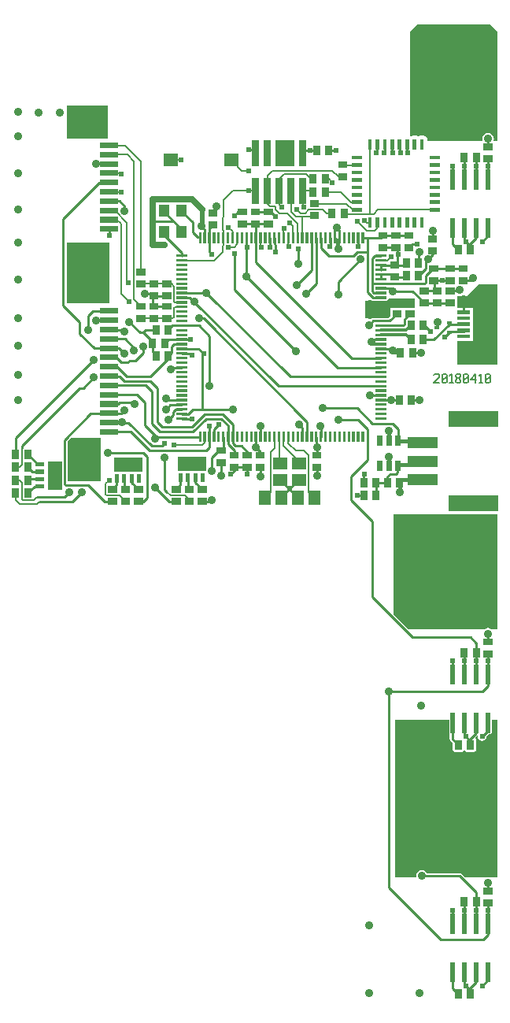
<source format=gbr>
G04 start of page 2 for group 0 idx 0 *
G04 Title: fet12logic, top *
G04 Creator: pcb 20140316 *
G04 CreationDate: Thu 12 Apr 2018 02:45:11 AM GMT UTC *
G04 For: brian *
G04 Format: Gerber/RS-274X *
G04 PCB-Dimensions (mil): 6000.00 5000.00 *
G04 PCB-Coordinate-Origin: lower left *
%MOIN*%
%FSLAX25Y25*%
%LNTOP*%
%ADD42C,0.0335*%
%ADD41C,0.0453*%
%ADD40C,0.2150*%
%ADD39C,0.0118*%
%ADD38C,0.0240*%
%ADD37C,0.0360*%
%ADD36R,0.0177X0.0177*%
%ADD35R,0.0512X0.0512*%
%ADD34R,0.0827X0.0827*%
%ADD33R,0.0236X0.0236*%
%ADD32R,0.0290X0.0290*%
%ADD31R,0.0551X0.0551*%
%ADD30R,0.0413X0.0413*%
%ADD29R,0.0157X0.0157*%
%ADD28R,0.0200X0.0200*%
%ADD27R,0.0110X0.0110*%
%ADD26R,0.0669X0.0669*%
%ADD25R,0.0591X0.0591*%
%ADD24R,0.0472X0.0472*%
%ADD23R,0.0157X0.0157*%
%ADD22R,0.0295X0.0295*%
%ADD21R,0.0140X0.0140*%
%ADD20C,0.0492*%
%ADD19C,0.0610*%
%ADD18C,0.2350*%
%ADD17C,0.0200*%
%ADD16C,0.0250*%
%ADD15C,0.0150*%
%ADD14C,0.0120*%
%ADD13C,0.0060*%
%ADD12C,0.0100*%
%ADD11C,0.0001*%
G54D11*G36*
X294000Y371000D02*X302000D01*
Y360000D01*
X294000D01*
Y371000D01*
G37*
G36*
X223000Y385500D02*Y371500D01*
X205500D01*
Y385500D01*
X223000D01*
G37*
G36*
X351000Y372700D02*Y417000D01*
X354000Y420000D01*
X385000D01*
X388000Y417000D01*
Y370500D01*
X386292D01*
X386385Y370725D01*
X386477Y371108D01*
X386500Y371500D01*
X386477Y371892D01*
X386385Y372275D01*
X386234Y372638D01*
X386029Y372974D01*
X385773Y373273D01*
X385474Y373529D01*
X385138Y373734D01*
X384775Y373885D01*
X384392Y373977D01*
X384000Y374008D01*
X383608Y373977D01*
X383225Y373885D01*
X382862Y373734D01*
X382526Y373529D01*
X382227Y373273D01*
X381971Y372974D01*
X381766Y372638D01*
X381615Y372275D01*
X381523Y371892D01*
X381492Y371500D01*
X381523Y371108D01*
X381615Y370725D01*
X381708Y370500D01*
X358299D01*
X358296Y371514D01*
X358241Y371744D01*
X358151Y371962D01*
X358027Y372163D01*
X357874Y372343D01*
X357694Y372496D01*
X357493Y372620D01*
X357275Y372710D01*
X357045Y372765D01*
X356810Y372779D01*
X355001Y372765D01*
X354771Y372710D01*
X354553Y372620D01*
X354449Y372556D01*
X354344Y372620D01*
X354126Y372710D01*
X353896Y372765D01*
X353661Y372779D01*
X351852Y372765D01*
X351622Y372710D01*
X351404Y372620D01*
X351299Y372555D01*
X351194Y372620D01*
X351000Y372700D01*
G37*
G36*
X332000Y303000D02*X341000D01*
X342000Y304000D01*
X353000D01*
Y300000D01*
X342500D01*
Y296500D01*
X341500Y295500D01*
X332000D01*
Y303000D01*
G37*
G36*
X371000Y286000D02*X377500D01*
Y300000D01*
X371000D01*
Y305000D01*
X375000D01*
X380000Y310000D01*
X388000D01*
Y276000D01*
X371000D01*
Y286000D01*
G37*
G36*
X220000Y245000D02*Y226500D01*
X206000D01*
Y243500D01*
X207500Y245000D01*
X220000D01*
G37*
G36*
X223500Y327500D02*Y302000D01*
X205500D01*
Y327500D01*
X223500D01*
G37*
G36*
X252500Y237000D02*X264500D01*
Y231000D01*
X252500D01*
Y237000D01*
G37*
G36*
X225500Y236500D02*X237500D01*
Y230500D01*
X225500D01*
Y236500D01*
G37*
G36*
X388000Y212500D02*Y164000D01*
X385508D01*
X385474Y164029D01*
X385138Y164234D01*
X384775Y164385D01*
X384392Y164477D01*
X384000Y164508D01*
X383608Y164477D01*
X383225Y164385D01*
X382862Y164234D01*
X382526Y164029D01*
X382492Y164000D01*
X350197D01*
X344000Y170197D01*
Y212500D01*
X388000D01*
G37*
G36*
X368968Y115776D02*X368974Y112875D01*
X369011Y112722D01*
X369071Y112577D01*
X369153Y112442D01*
X369256Y112323D01*
X369375Y112220D01*
X369510Y112138D01*
X369655Y112078D01*
X369808Y112041D01*
X369965Y112032D01*
X373074Y112041D01*
X373227Y112078D01*
X373372Y112138D01*
X373507Y112220D01*
X373626Y112323D01*
X373729Y112442D01*
X373811Y112577D01*
X373871Y112722D01*
X373908Y112875D01*
X373917Y113032D01*
X373908Y116796D01*
X373942Y116782D01*
X374084Y116748D01*
X374092Y112875D01*
X374129Y112722D01*
X374189Y112577D01*
X374271Y112442D01*
X374374Y112323D01*
X374493Y112220D01*
X374628Y112138D01*
X374773Y112078D01*
X374926Y112041D01*
X375083Y112032D01*
X378192Y112041D01*
X378345Y112078D01*
X378490Y112138D01*
X378625Y112220D01*
X378744Y112323D01*
X378847Y112442D01*
X378929Y112577D01*
X378989Y112722D01*
X379026Y112875D01*
X379035Y113032D01*
X379026Y117125D01*
X378989Y117278D01*
X378929Y117423D01*
X378847Y117558D01*
X378744Y117677D01*
X378625Y117780D01*
X378533Y117836D01*
X379801Y119104D01*
X379782Y119058D01*
X379716Y118783D01*
X379693Y118500D01*
X379716Y118217D01*
X379782Y117942D01*
X379890Y117680D01*
X380038Y117438D01*
X380223Y117223D01*
X380438Y117038D01*
X380680Y116890D01*
X380942Y116782D01*
X381217Y116716D01*
X381500Y116693D01*
X381783Y116716D01*
X382058Y116782D01*
X382320Y116890D01*
X382562Y117038D01*
X382777Y117223D01*
X382962Y117438D01*
X383110Y117680D01*
X383218Y117942D01*
X383284Y118217D01*
X383301Y118500D01*
X383295Y118598D01*
X384200Y119503D01*
X385078Y119505D01*
X385155Y119523D01*
X385228Y119553D01*
X385295Y119594D01*
X385355Y119645D01*
X385406Y119705D01*
X385447Y119772D01*
X385477Y119845D01*
X385495Y119922D01*
X385500Y120000D01*
X385497Y125500D01*
X388000D01*
Y59000D01*
X384098D01*
X384000Y59008D01*
X383902Y59000D01*
X374197D01*
X372882Y60315D01*
X372851Y60351D01*
X372708Y60474D01*
X372546Y60573D01*
X372372Y60645D01*
X372188Y60689D01*
X372000Y60704D01*
X371953Y60700D01*
X358197D01*
X358029Y60974D01*
X357773Y61273D01*
X357474Y61529D01*
X357138Y61734D01*
X356775Y61885D01*
X356392Y61977D01*
X356000Y62008D01*
X355608Y61977D01*
X355225Y61885D01*
X354862Y61734D01*
X354526Y61529D01*
X354227Y61273D01*
X353971Y60974D01*
X353766Y60638D01*
X353615Y60275D01*
X353523Y59892D01*
X353492Y59500D01*
X353523Y59108D01*
X353549Y59000D01*
X344500D01*
Y125500D01*
X367502D01*
X367505Y119922D01*
X367523Y119845D01*
X367553Y119772D01*
X367594Y119705D01*
X367645Y119645D01*
X367705Y119594D01*
X367772Y119553D01*
X367800Y119542D01*
Y117488D01*
X367796Y117441D01*
X367811Y117253D01*
X367855Y117069D01*
X367927Y116894D01*
X368026Y116733D01*
X368026Y116733D01*
X368149Y116590D01*
X368185Y116559D01*
X368968Y115776D01*
G37*
G36*
X203500Y235000D02*Y223000D01*
X197500D01*
Y235000D01*
X203500D01*
G37*
G54D12*X362451Y293951D02*X362500Y294000D01*
X362451Y291500D02*Y293951D01*
X357000Y292500D02*X359500Y290000D01*
X356559Y292500D02*X357000D01*
X365518Y287500D02*X367549Y289531D01*
X361000Y286500D02*X356500D01*
X367500Y293000D02*X361000Y286500D01*
X357000Y301941D02*X368000D01*
X356941D02*Y302059D01*
X367500Y293000D02*X374000D01*
X373661Y298118D02*Y302843D01*
X373500Y311441D02*X376441D01*
X377500Y312500D01*
X368000Y307059D02*X371559D01*
X372000Y307500D01*
X367500Y290000D02*X374000D01*
X335000Y307000D02*X335799Y306201D01*
X335138Y310138D02*X335000Y310000D01*
X338620Y312107D02*Y314075D01*
X335138Y310138D02*X357138D01*
X357500Y310500D02*Y313500D01*
X338620Y314120D02*X343321D01*
X344500Y312941D01*
X338620Y318012D02*X344453D01*
X344500Y318059D01*
Y312941D02*X348882D01*
X344488Y318012D02*X348453D01*
X348882Y312941D02*X349441Y313500D01*
X348453Y318012D02*X349441Y319000D01*
X357500Y316441D02*Y319500D01*
X360500Y322500D01*
X354559Y313500D02*X357500Y316441D01*
Y313500D02*X360500Y316500D01*
X373500D01*
X335799Y306201D02*X338620D01*
X357000Y307059D02*X362500D01*
X356941Y302059D02*X352000Y307000D01*
X343500D01*
X357138Y310138D02*X357500Y310500D01*
X361441Y307059D02*Y311441D01*
X361000D02*X366500D01*
X366559D02*X368000D01*
D03*
X338620Y286516D02*X335516D01*
X338620Y321949D02*X335949D01*
X338620Y316044D02*Y318012D01*
X335000Y321000D02*Y307000D01*
X333000Y306500D02*Y329620D01*
X338620Y304233D02*X335267D01*
X343500Y307000D02*X342330Y308170D01*
X338620D01*
X335267Y304233D02*X333000Y306500D01*
X330000Y320500D02*X320500Y311000D01*
Y305500D01*
X335949Y321949D02*X335000Y321000D01*
G54D13*X338620Y319981D02*X341481D01*
G54D12*X330948Y329620D02*X338561D01*
X339500Y330559D01*
X350500D01*
X339500Y325441D02*X345000D01*
G54D13*X341481Y319981D02*X343000Y321500D01*
G54D12*X345559Y325441D02*Y318059D01*
X345512Y318012D01*
G54D13*X346000Y322500D02*X345559D01*
G54D12*X354559Y319000D02*Y323059D01*
X355000Y323500D01*
X354000Y327000D02*X352059D01*
X350500Y325441D01*
G54D14*X351441Y292500D02*X349394Y290453D01*
X349456Y288485D02*X351441Y286500D01*
G54D12*X348500Y293000D02*Y295000D01*
X351000Y297500D01*
G54D14*X349394Y290453D02*X338620D01*
Y288485D02*X349456D01*
G54D12*X338620Y292422D02*X347922D01*
X348500Y293000D01*
X338620Y294390D02*X342449D01*
X345500Y297441D01*
X338610Y294390D02*X335390D01*
X352059Y281000D02*X355500D01*
X338620Y284548D02*X335452D01*
X335390Y294390D02*X333500Y292500D01*
X338620Y274705D02*X320295D01*
X338620Y278642D02*X326358D01*
X338620Y282579D02*X342921D01*
X344500Y281000D01*
X347000D01*
X335516Y286516D02*X334500Y285500D01*
X335452Y284548D02*X334500Y285500D01*
G54D13*X290500Y344000D02*X291500Y343000D01*
G54D12*X291578Y329620D02*Y325578D01*
X291500Y325500D01*
G54D13*Y343000D02*X293500D01*
G54D12*X291941Y340559D02*X294000Y338500D01*
X293547Y329620D02*Y326953D01*
X294000Y326500D01*
G54D13*X310500Y338941D02*X310059Y338500D01*
X302500D01*
X300500Y340500D02*X302500Y338500D01*
X305358Y329620D02*Y338358D01*
G54D12*X313232Y329620D02*Y325268D01*
X316500Y322000D01*
X309295Y329620D02*Y315795D01*
X320295Y274705D02*X281736Y313264D01*
Y329620D01*
X285673Y319327D02*Y329673D01*
X309295Y315795D02*X303000Y309500D01*
X311263Y329620D02*Y310263D01*
X307000Y306000D01*
X326358Y278642D02*X285673Y319327D01*
G54D13*X287641Y329620D02*Y325859D01*
X288000Y325500D01*
G54D12*X303500Y325000D02*Y318500D01*
X294000Y326500D02*Y323500D01*
X276500Y323000D02*Y307500D01*
G54D13*X268000Y320000D02*X271500Y323500D01*
G54D12*X276500Y307500D02*X302500Y281500D01*
G54D13*X271500Y323500D02*Y326000D01*
X271893Y326393D01*
Y332607D01*
X271500Y333000D01*
X272000Y338500D02*X271500Y338000D01*
Y333000D01*
G54D12*X342926Y260926D02*X343000Y261000D01*
X346441D01*
X351559D02*X355000D01*
G54D15*X356500Y243500D02*X346000D01*
G54D12*X343500Y251000D02*X346000Y248500D01*
Y243500D01*
X338620Y260926D02*X342926D01*
X338620Y262894D02*X334106D01*
X334000Y263000D01*
X341441Y226000D02*Y228441D01*
X342500Y229500D01*
X345000D01*
X345740Y230240D01*
Y233185D01*
G54D15*X356500Y233500D02*X346000D01*
X356252Y227126D02*X347685D01*
X346559Y226000D01*
Y222059D01*
X346500Y222000D01*
G54D12*X320500Y252500D02*X329000D01*
X314000Y257500D02*X328500D01*
X335000Y251000D01*
X343500D01*
X329000Y252500D02*X333000Y248500D01*
G54D15*X342000Y243815D02*Y248000D01*
G54D12*X311500Y232441D02*Y229000D01*
G54D13*X304000Y235000D02*Y234043D01*
X308000Y237500D02*Y222043D01*
X310543Y219500D01*
G54D12*X331441Y220500D02*X328500D01*
X326000Y228500D02*Y218500D01*
X335000Y209500D01*
X331441Y226000D02*Y229441D01*
X331500Y229500D01*
X336559Y220500D02*Y226000D01*
X341441D01*
G54D15*X342000Y233185D02*Y237000D01*
G54D13*X300000Y223500D02*Y222957D01*
X300543Y223500D02*X304000Y226957D01*
X300543Y223500D02*X299457D01*
X296000Y226957D01*
X292000Y239000D02*Y222043D01*
X300000Y222957D02*X296543Y219500D01*
X300000Y222957D02*X303457Y219500D01*
X292000Y222043D02*X289457Y219500D01*
G54D12*X311264Y245380D02*Y241236D01*
X311500Y241000D01*
X313233Y245380D02*Y249767D01*
X311500Y241000D02*Y237559D01*
X313233Y249767D02*X313000Y250000D01*
X305359Y245380D02*Y249141D01*
X304000Y250500D01*
X307327Y245380D02*Y251673D01*
G54D13*X306000Y239500D02*X308000Y237500D01*
G54D12*X271000Y239559D02*X270059D01*
X271000Y234441D02*Y229000D01*
G54D13*X295516Y245380D02*Y234527D01*
X296000Y234043D01*
X297485Y245380D02*Y241515D01*
X304000Y235000D01*
X299453Y245380D02*Y242547D01*
X302500Y239500D01*
X306000D01*
X293548Y245380D02*Y240548D01*
X292000Y239000D01*
G54D16*X258500Y346000D02*X263000Y341500D01*
X258500Y346000D02*X242000D01*
G54D12*X254142Y341028D02*X259000Y336169D01*
X246858Y341028D02*Y340642D01*
X254142Y333358D01*
Y331972D02*Y333358D01*
G54D13*X249705Y362500D02*X254000D01*
G54D17*X263000Y334500D02*Y341500D01*
G54D12*X250500Y336500D02*X242000D01*
G54D16*Y326500D02*X247000D01*
X242000Y346000D02*Y326500D01*
G54D12*X247000Y330500D02*Y332000D01*
X254380Y321948D02*Y323120D01*
G54D13*Y319980D02*X268000Y320000D01*
G54D12*X265988Y323512D02*X267000Y322500D01*
X254380Y323120D02*X247000Y330500D01*
X264019Y329620D02*Y332981D01*
X262500Y334500D01*
X259000Y336169D02*Y332000D01*
X261000Y330000D01*
X262000D01*
X265988Y329620D02*Y333429D01*
X267500Y334941D01*
Y340059D02*Y341500D01*
X269000Y343000D01*
X265988Y329512D02*Y323512D01*
X218000Y361000D02*X223343D01*
G54D13*X223500Y356906D02*X228094D01*
X228500Y356500D01*
G54D12*X223343Y361000D02*X223500Y360843D01*
G54D13*X234000Y362000D02*X231220Y364780D01*
X223500D01*
Y368717D02*X230283D01*
X237000Y362000D01*
X223500Y349031D02*X228469D01*
X228500Y349000D01*
G54D12*X223500Y345094D02*X227906D01*
X230000Y343000D01*
G54D13*X223500Y341157D02*X225843D01*
G54D12*X230000Y343000D02*Y341000D01*
G54D13*X225843Y341157D02*X231000Y336000D01*
G54D12*X223500Y352969D02*X219469D01*
X204000Y337500D01*
Y301000D02*Y337500D01*
X223500Y333283D02*Y330500D01*
G54D13*X228500Y306000D02*Y335500D01*
X231000Y336000D02*Y311000D01*
X223500Y337220D02*X226780D01*
X228500Y335500D01*
X234000Y362000D02*Y303559D01*
X237000Y362000D02*Y315059D01*
G54D12*X384000Y354250D02*Y362941D01*
Y333750D02*Y330500D01*
X381500Y328000D01*
X384000Y368059D02*Y371500D01*
X379000Y354250D02*Y363441D01*
X374000Y333750D02*Y328500D01*
X376500Y326000D01*
Y324500D01*
X379000Y333750D02*Y329500D01*
X376000Y326500D01*
X369000Y333750D02*Y326941D01*
X371441Y324500D01*
X369000Y354250D02*Y360000D01*
X374000Y354250D02*Y363441D01*
G54D13*X317941Y340000D02*X315500D01*
X314000Y341500D01*
X324000Y344000D02*X310000D01*
X328471Y341476D02*X326524D01*
X324000Y344000D01*
X323059Y340000D02*X323559Y339500D01*
X328471Y344626D02*X325874D01*
X321500Y349000D02*X315500D01*
X315059Y354500D02*X316500D01*
G54D12*X311441Y366500D02*X305500D01*
X319500D02*X316559D01*
G54D13*X316500Y354500D02*X318000Y353000D01*
X322500Y355441D02*X320559D01*
X318000Y358000D01*
X325874Y344626D02*X321500Y349000D01*
X328471Y360374D02*X322685D01*
X322500Y360559D01*
X337477Y341477D02*X361529D01*
G54D12*X360500Y329059D02*Y332500D01*
Y322500D02*Y323941D01*
G54D13*X333976Y369029D02*Y339524D01*
G54D12*X340275Y369029D02*Y365775D01*
X340000Y365500D01*
X343425Y369029D02*Y365575D01*
X343500Y365500D01*
X346575Y369029D02*Y365925D01*
X347000Y365500D01*
X349724Y369029D02*Y365776D01*
X350000Y365500D01*
X337126Y369029D02*Y366126D01*
X336500Y365500D01*
G54D13*X323559Y339500D02*X335500D01*
X337477Y341477D01*
X337126Y335971D02*Y333626D01*
X336000Y332500D01*
X333976Y339524D02*X334000Y339500D01*
X333977Y335971D02*X332529D01*
X331500Y337000D01*
G54D12*X328980Y329620D02*Y326020D01*
X329000Y326000D01*
G54D13*X336000Y332500D02*X332500D01*
X328500Y336500D01*
G54D12*Y323500D02*X333000D01*
X321106Y329620D02*Y332894D01*
X319137Y329620D02*Y333137D01*
Y329637D02*X320000Y328774D01*
X321106Y329620D02*X320500Y329014D01*
X321106Y332894D02*X320000Y334000D01*
X319137Y333137D02*X320000Y334000D01*
Y328774D02*Y325000D01*
X320500Y329014D02*Y325000D01*
X316500Y322000D02*X327000D01*
X328500Y323500D01*
X280000Y335441D02*X291000D01*
X285673Y329620D02*Y335327D01*
X285559Y335441D01*
X291000Y340559D02*X285500D01*
X280000D02*X278059D01*
X276500Y339000D01*
G54D13*X276000Y349500D02*X285500D01*
X276000D02*X272000Y345500D01*
X275830Y329620D02*Y332170D01*
X274000Y334000D01*
X272000Y345500D02*Y338500D01*
X277799Y329620D02*Y326799D01*
X276500Y325500D01*
X274000D01*
X293500Y343000D02*X294000Y342500D01*
X295500Y343500D02*Y354500D01*
Y343500D02*X296500Y342500D01*
X310000Y349500D02*X305500D01*
X309941Y354500D02*X309000D01*
X307000Y356500D01*
X297500D01*
X295500Y354500D01*
X318000Y358000D02*X292500D01*
X290500Y356000D01*
X282500Y358000D02*X279795D01*
X275295Y362500D01*
X290500Y344000D02*Y356000D01*
G54D12*X290941Y340559D02*X291941D01*
X282500Y367000D02*X285500D01*
G54D13*X314000Y341500D02*X308000D01*
X306500Y340000D01*
X304500D01*
X303000Y341500D01*
X305500Y349500D02*Y343000D01*
X306000Y342500D01*
X294000D02*Y341500D01*
X295500Y340000D01*
X299000D01*
X300500Y349500D02*Y340500D01*
X303389Y329620D02*Y335611D01*
X297484Y329620D02*Y333484D01*
X297500Y333500D01*
X299452Y329620D02*Y326048D01*
X299500Y326000D01*
X301421Y329620D02*Y334579D01*
G54D12*X317169Y329620D02*Y326169D01*
X317000Y326000D01*
G54D13*X303389Y335611D02*X299000Y340000D01*
X301421Y334579D02*X300000Y336000D01*
X254380Y300295D02*X251295D01*
X251000Y300000D01*
Y296000D01*
X250441Y295441D01*
X254380Y302263D02*X251237D01*
X251000Y302500D01*
Y309000D01*
X249941Y310059D01*
G54D12*X254380Y306200D02*X264800D01*
X254380Y304232D02*X257768D01*
X248574Y286515D02*X247059Y285000D01*
X254380Y284547D02*X251047D01*
X248574Y286515D02*X257985D01*
X258000Y286500D01*
X251047Y284547D02*X250000Y283500D01*
X250480Y292421D02*X248559Y290500D01*
X250000Y283500D02*Y280941D01*
X248559Y279500D01*
X243500D02*X241941Y281059D01*
Y285559D01*
X238000Y289500D01*
X236500D01*
X243441Y290500D02*X239000D01*
X238000Y289500D01*
Y281000D02*Y283500D01*
X254380Y292421D02*X250480D01*
X254380D02*X261579D01*
X265989Y288011D01*
X254380Y280610D02*X257890D01*
X258500Y280000D01*
X263500Y280500D02*X261422Y282578D01*
X254380D01*
X263500Y280500D02*X263000Y280000D01*
Y257000D01*
X307327Y251673D02*X263500Y295500D01*
X261500D01*
G54D13*X249941Y310059D02*X237000D01*
X231000Y311000D02*X231500Y310500D01*
X250441Y295441D02*X237000D01*
G54D12*X242500Y300559D02*X248000D01*
Y304941D02*X242500D01*
X242059Y300559D02*Y304882D01*
X242000Y304941D01*
G54D13*X237000Y300559D02*X234000Y303559D01*
G54D12*X238500Y306000D02*X241000D01*
X242059Y304941D01*
G54D13*X232000Y302500D02*X228500Y306000D01*
G54D12*X223500Y294654D02*X218154D01*
X223500Y298591D02*X216591D01*
X214500Y296500D01*
X211000Y294000D02*X204000Y301000D01*
X223500Y267094D02*X238906D01*
X223500Y274969D02*X227031D01*
X241000Y269000D02*X230000D01*
X228000Y271000D01*
X227031Y274969D02*X231000Y271000D01*
X241000D01*
X226594Y278906D02*X228500Y277000D01*
X231500D01*
X232000Y277500D01*
X234500D01*
X238000Y281000D01*
X217157Y282843D02*X211000Y289000D01*
Y294000D01*
X214500Y296500D02*Y290500D01*
X223500Y278906D02*X226594D01*
X234000Y283000D02*Y282000D01*
X227657Y282843D02*X230000Y280500D01*
X236500Y289500D02*X232000Y294000D01*
X223500Y286780D02*X230220D01*
X234000Y283000D01*
X223500Y290717D02*X229283D01*
X230000Y290000D01*
X227657Y282843D02*X217157D01*
X212500Y266000D02*X217000Y270500D01*
X228000Y271000D02*X223500D01*
Y263157D02*X235343D01*
X238500Y260000D01*
X215783Y255283D02*X228783D01*
X215783D02*X204500Y244000D01*
X211000Y266000D02*X212500D01*
X374000Y124250D02*Y119000D01*
X379000Y124250D02*Y120000D01*
X376000Y117000D01*
X384000Y124250D02*Y121000D01*
X381500Y118500D01*
X369000Y124250D02*Y117441D01*
X374000Y119000D02*X376500Y116500D01*
Y115000D01*
X369000Y117441D02*X371441Y115000D01*
X379000Y39250D02*Y48441D01*
X374000Y39250D02*Y48441D01*
X379059Y48500D02*Y52441D01*
X372000Y59500D01*
X382000Y32500D02*X364000D01*
X342000Y54500D01*
X384000Y18750D02*Y15500D01*
Y47941D02*Y34500D01*
X382000Y32500D01*
X384000Y15500D02*X381500Y13000D01*
X369000Y18750D02*Y11941D01*
X371441Y9500D01*
X369000Y39250D02*Y45000D01*
X374000Y18750D02*Y13500D01*
X376500Y11000D01*
Y9500D01*
X379000Y18750D02*Y14500D01*
X376000Y11500D01*
X384000Y53059D02*Y56500D01*
X372000Y59500D02*X356000D01*
X379000Y144750D02*Y153941D01*
X369000Y144750D02*Y150500D01*
X374000Y144750D02*Y153941D01*
X379059Y154000D02*Y157941D01*
X384000Y153441D02*Y140000D01*
X381500Y137500D01*
X342000D01*
X384000Y158559D02*Y162000D01*
X379059Y157941D02*X376500Y160500D01*
X352000D01*
X335000Y177500D01*
Y209500D01*
X342000Y137500D02*Y54500D01*
X254380Y256988D02*X251488D01*
X250500Y256000D01*
Y254500D01*
X248500Y252500D01*
X254380Y258956D02*X249456D01*
X254380Y260925D02*X248075D01*
X247500Y261500D01*
X249456Y258956D02*X247500Y257000D01*
X246000Y249500D02*X258500D01*
X244000Y251500D02*X246000Y249500D01*
X241500Y251000D02*Y264500D01*
X238906Y267094D01*
X241000Y269000D02*X244000Y266000D01*
Y251500D01*
X248530Y278530D02*X241000Y271000D01*
X262052Y245380D02*X243880D01*
X259000Y247500D02*X245000D01*
X223500Y247409D02*X232591D01*
X243880Y245380D02*X243000Y244500D01*
X238500Y250380D02*X243500Y245380D01*
X245000Y247500D02*X241500Y251000D01*
X223500Y251346D02*X228846D01*
X229000Y251500D01*
X231654Y251346D02*X229154D01*
X228783Y255283D02*X230000Y256500D01*
X223500Y259220D02*X227220D01*
X228000Y260000D01*
X233500D01*
X234280Y259220D01*
X338620Y270768D02*X300232D01*
X338620Y266831D02*X295169D01*
X300232Y270768D02*X264800Y306200D01*
X295169Y266831D02*X257768Y304232D01*
X265989Y288011D02*X266000Y267000D01*
X254380Y274704D02*X250204D01*
X249500Y274000D01*
X248530Y279470D02*Y278530D01*
X333000Y248500D02*Y235500D01*
X326000Y228500D01*
X287642Y245380D02*Y249858D01*
X287500Y232441D02*Y228500D01*
Y237559D02*Y239000D01*
X279500Y241500D02*X282000Y239000D01*
Y237559D01*
X273863Y242137D02*X276500Y239500D01*
Y237559D01*
Y232441D02*X282000D01*
Y229500D01*
X276500Y232441D02*Y231000D01*
X275000Y229500D01*
X267000Y236500D02*Y231000D01*
X287642Y249858D02*X287500Y250000D01*
X258449Y253051D02*X258500Y253000D01*
X254380Y253051D02*X258449D01*
X259000Y247500D02*X264500Y253000D01*
X258500Y249500D02*X264000Y255000D01*
X264500Y239500D02*X266000Y241000D01*
Y250000D02*Y241000D01*
G54D13*X264020Y245380D02*Y243020D01*
X263000Y242000D01*
X251000D01*
G54D12*X270059Y239559D02*X267000Y236500D01*
X265989Y249989D02*X266000Y250000D01*
X264000Y255000D02*X271500D01*
X267957Y245380D02*Y248457D01*
X270000Y250500D01*
X264500Y253000D02*X271000D01*
X254380Y255019D02*X257019D01*
X259000Y257000D01*
X276000D01*
X275831Y250669D02*X271500Y255000D01*
X271000Y253000D02*X273863Y250137D01*
X275831Y250669D02*Y242669D01*
X271894Y245380D02*Y240453D01*
X273863Y245380D02*Y242137D01*
Y250137D02*Y245363D01*
X285674Y245380D02*Y241174D01*
X285500Y241000D01*
X287500Y239000D02*X285500Y241000D01*
X275831Y242669D02*X277000Y241500D01*
X271894Y240453D02*X271000Y239559D01*
X277000Y241500D02*X279500D01*
X238500Y260000D02*Y250380D01*
X238000Y238500D02*X239500Y237000D01*
X231654Y251346D02*X241500Y241500D01*
X246000D01*
X232591Y247409D02*X240500Y239500D01*
X246000Y241500D02*X247000Y242500D01*
X249059Y217941D02*X243000Y224000D01*
G54D13*X249500Y220500D02*X248000Y222000D01*
X255500Y220500D02*X249500D01*
G54D12*X249059Y217941D02*X252000D01*
X253776Y224835D02*X252000Y223059D01*
X248000Y222000D02*X247000Y223000D01*
X266441Y217941D02*X267000Y218500D01*
X263000Y217941D02*X266441D01*
G54D13*X257500Y218500D02*X255500Y220500D01*
X257500Y217941D02*Y218500D01*
G54D12*X260075Y225984D02*X263000Y223059D01*
X260075Y228154D02*Y225984D01*
X240500Y239500D02*X264500D01*
X247000Y236500D02*Y223000D01*
X256925Y223634D02*X257500Y223059D01*
X256925Y228154D02*Y223634D01*
X253776Y228154D02*Y224835D01*
X237941Y217941D02*X239500Y219500D01*
X236000Y217941D02*X237941D01*
X239500Y237000D02*Y219500D01*
G54D13*X193000Y217000D02*X194000Y218000D01*
X191500Y218500D02*X193000Y220000D01*
X185500Y217000D02*X193000D01*
X187000Y218500D02*X191500D01*
X183941Y218559D02*X185500Y217000D01*
X183941Y221500D02*Y218559D01*
X186500Y219000D02*X187000Y218500D01*
X186500Y226000D02*Y219000D01*
X185500Y227000D02*X186500Y226000D01*
X183941Y227000D02*X185500D01*
G54D12*X193654Y233724D02*X193335D01*
G54D13*X183941Y232500D02*X185500D01*
G54D12*X191835Y224276D02*X189059Y221500D01*
X193654Y224276D02*X191835D01*
X189484Y227425D02*X189059Y227000D01*
X193654Y227425D02*X189484D01*
G54D13*X222000Y225500D02*X223500Y227000D01*
X222000Y221000D02*Y225500D01*
X222500Y220500D02*X222000Y221000D01*
G54D12*X226776Y224835D02*X225000Y223059D01*
X226776Y227654D02*Y224835D01*
G54D13*X228000Y220500D02*X222500D01*
X230500Y218000D02*X228000Y220500D01*
G54D12*X229925Y223634D02*X230500Y223059D01*
X229925Y227654D02*Y223634D01*
G54D13*X230500Y217941D02*Y218000D01*
G54D12*X221559Y217941D02*X225000D01*
X221559D02*X214500Y225000D01*
X233075Y225984D02*X236000Y223059D01*
X233075Y227654D02*Y225984D01*
X223000Y238500D02*X238000D01*
X193335Y233724D02*X189059Y238000D01*
X190984Y230575D02*X189059Y232500D01*
X193654Y230575D02*X190984D01*
X186500Y241500D02*X211000Y266000D01*
G54D13*X186500Y233500D02*Y240500D01*
X185500Y232500D02*X186500Y233500D01*
G54D12*Y240500D02*Y241500D01*
X183941Y238000D02*Y244941D01*
X217000Y278000D02*X183941Y244941D01*
X204500Y244000D02*Y225500D01*
X205000Y225000D01*
X194000Y218000D02*X208000D01*
X212000Y222000D01*
X193000Y220000D02*X204500D01*
X206500Y222000D01*
X205000Y225000D02*X214500D01*
G54D13*X361000Y271530D02*X361490Y272020D01*
X362960D01*
X363450Y271530D01*
Y270550D01*
X361000Y268100D02*X363450Y270550D01*
X361000Y268100D02*X363450D01*
X364626Y268590D02*X365116Y268100D01*
X364626Y271530D02*Y268590D01*
Y271530D02*X365116Y272020D01*
X366096D01*
X366586Y271530D01*
Y268590D01*
X366096Y268100D02*X366586Y268590D01*
X365116Y268100D02*X366096D01*
X364626Y269080D02*X366586Y271040D01*
X367762Y271236D02*X368546Y272020D01*
Y268100D01*
X367762D02*X369232D01*
X370408Y268590D02*X370898Y268100D01*
X370408Y269374D02*Y268590D01*
Y269374D02*X371094Y270060D01*
X371682D01*
X372368Y269374D01*
Y268590D01*
X371878Y268100D02*X372368Y268590D01*
X370898Y268100D02*X371878D01*
X370408Y270746D02*X371094Y270060D01*
X370408Y271530D02*Y270746D01*
Y271530D02*X370898Y272020D01*
X371878D01*
X372368Y271530D01*
Y270746D01*
X371682Y270060D02*X372368Y270746D01*
X373544Y268590D02*X374034Y268100D01*
X373544Y271530D02*Y268590D01*
Y271530D02*X374034Y272020D01*
X375014D01*
X375504Y271530D01*
Y268590D01*
X375014Y268100D02*X375504Y268590D01*
X374034Y268100D02*X375014D01*
X373544Y269080D02*X375504Y271040D01*
X376680Y269570D02*X378640Y272020D01*
X376680Y269570D02*X379130D01*
X378640Y272020D02*Y268100D01*
X380306Y271236D02*X381090Y272020D01*
Y268100D01*
X380306D02*X381776D01*
X382952Y268590D02*X383442Y268100D01*
X382952Y271530D02*Y268590D01*
Y271530D02*X383442Y272020D01*
X384422D01*
X384912Y271530D01*
Y268590D01*
X384422Y268100D02*X384912Y268590D01*
X383442Y268100D02*X384422D01*
X382952Y269080D02*X384912Y271040D01*
G54D18*X369500Y192000D03*
G54D19*X384291Y279220D03*
G54D18*X369500Y86500D03*
Y401500D03*
G54D20*X373661Y302843D03*
Y283157D03*
G54D19*X384291Y306780D03*
G54D21*X367250Y293469D02*X367848D01*
G54D22*X367508Y307059D02*X368492D01*
X367508Y301941D02*X368492D01*
X367508Y316559D02*X368492D01*
X367508Y311441D02*X368492D01*
G54D21*X367250Y289531D02*X367848D01*
G54D23*X371791Y287882D02*X375531D01*
X371791Y290441D02*X375531D01*
X371791Y293000D02*X375531D01*
X371791Y295559D02*X375531D01*
X371791Y298118D02*X375531D01*
G54D24*X383602Y304417D02*X384980D01*
G54D25*X384193Y296937D02*X384390D01*
G54D22*X373008Y311441D02*X373992D01*
X373008Y316559D02*X373992D01*
G54D24*X383602Y281583D02*X384980D01*
G54D25*X384193Y289063D02*X384390D01*
G54D26*X370740Y252913D02*X384913D01*
G54D22*X346441Y261492D02*Y260508D01*
X351559Y261492D02*Y260508D01*
G54D27*X336921Y255020D02*X340319D01*
X336921Y256989D02*X340319D01*
X336921Y258957D02*X340319D01*
X336921Y260926D02*X340319D01*
G54D26*X370740Y217087D02*X384913D01*
G54D28*X369000Y127500D02*Y121000D01*
X374000Y127500D02*Y121000D01*
G54D22*X371441Y115492D02*Y114508D01*
G54D28*X379000Y127500D02*Y121000D01*
G54D22*X376559Y115492D02*Y114508D01*
G54D28*X384000Y148000D02*Y141500D01*
G54D22*X383508Y153441D02*X384492D01*
X383508Y158559D02*X384492D01*
X379059Y154492D02*Y153508D01*
G54D28*X379000Y148000D02*Y141500D01*
X374000Y148000D02*Y141500D01*
X369000Y148000D02*Y141500D01*
G54D22*X373941Y154492D02*Y153508D01*
G54D28*X384000Y127500D02*Y121000D01*
Y22000D02*Y15500D01*
Y42500D02*Y36000D01*
X369000Y22000D02*Y15500D01*
X374000Y22000D02*Y15500D01*
X379000Y22000D02*Y15500D01*
Y42500D02*Y36000D01*
X374000Y42500D02*Y36000D01*
X369000Y42500D02*Y36000D01*
G54D22*X383508Y47941D02*X384492D01*
X379059Y48992D02*Y48008D01*
X373941Y48992D02*Y48008D01*
X383508Y53059D02*X384492D01*
X376559Y9992D02*Y9008D01*
X371441Y9992D02*Y9008D01*
X360008Y323941D02*X360992D01*
X360008Y329059D02*X360992D01*
G54D28*X369000Y337000D02*Y330500D01*
X374000Y337000D02*Y330500D01*
X379000Y337000D02*Y330500D01*
X384000Y337000D02*Y330500D01*
G54D22*X376559Y324992D02*Y324008D01*
X371441Y324992D02*Y324008D01*
G54D29*X356024Y337434D02*Y334508D01*
X360066Y341477D02*X362992D01*
X360066Y344626D02*X362992D01*
X360066Y347776D02*X362992D01*
X360066Y350925D02*X362992D01*
X360066Y354075D02*X362992D01*
X360066Y357225D02*X362992D01*
X360066Y360374D02*X362992D01*
X360066Y363524D02*X362992D01*
G54D28*X384000Y357500D02*Y351000D01*
X379000Y357500D02*Y351000D01*
X374000Y357500D02*Y351000D01*
X369000Y357500D02*Y351000D01*
G54D22*X383508Y362941D02*X384492D01*
X379059Y363992D02*Y363008D01*
X373941Y363992D02*Y363008D01*
X383508Y368059D02*X384492D01*
G54D30*X254142Y341520D02*Y340535D01*
G54D31*X275098Y362500D02*X275492D01*
X249508D02*X249902D01*
G54D22*X267008Y340059D02*X267992D01*
G54D30*X254142Y332465D02*Y331480D01*
G54D22*X267008Y334941D02*X267992D01*
G54D30*X246858Y332465D02*Y331480D01*
Y341520D02*Y340535D01*
G54D22*X279508Y335441D02*X280492D01*
X290508D02*X291492D01*
X285008D02*X285992D01*
X279508Y340559D02*X280492D01*
X290508D02*X291492D01*
X285008D02*X285992D01*
G54D32*X290500Y353550D02*Y345450D01*
X285500Y353550D02*Y345450D01*
G54D22*X317941Y340492D02*Y339508D01*
X323059Y340492D02*Y339508D01*
X310008Y344059D02*X310992D01*
X310008Y338941D02*X310992D01*
X322008Y355441D02*X322992D01*
X322008Y360559D02*X322992D01*
X315059Y354992D02*Y354008D01*
X309941Y354992D02*Y354008D01*
Y349492D02*Y348508D01*
X315059Y349492D02*Y348508D01*
G54D32*X305500Y353550D02*Y345450D01*
X300500Y353550D02*Y345450D01*
X295500Y353550D02*Y345450D01*
G54D22*X311441Y366992D02*Y366008D01*
X316559Y366992D02*Y366008D01*
G54D32*X305500Y369550D02*Y361450D01*
X300500Y369550D02*Y361450D01*
X295500Y369550D02*Y361450D01*
X290500Y369550D02*Y361450D01*
X285500Y369550D02*Y361450D01*
G54D33*X220941Y368717D02*X226059D01*
X220941Y364780D02*X226059D01*
X220941Y360843D02*X226059D01*
X220941Y356906D02*X226059D01*
X220941Y352969D02*X226059D01*
X220941Y349031D02*X226059D01*
X220941Y345094D02*X226059D01*
X220941Y341157D02*X226059D01*
X220941Y337220D02*X226059D01*
X220941Y333283D02*X226059D01*
G54D34*X212870Y381118D02*X215626D01*
G54D29*X356023Y370492D02*Y367566D01*
X352874Y370492D02*Y367566D01*
X349724Y370492D02*Y367566D01*
X346575Y370492D02*Y367566D01*
X343425Y370492D02*Y367566D01*
X340275Y370492D02*Y367566D01*
X337126Y370492D02*Y367566D01*
X333976Y370492D02*Y367566D01*
X327008Y363523D02*X329934D01*
X327008Y360374D02*X329934D01*
X327008Y357224D02*X329934D01*
X327008Y354075D02*X329934D01*
X327008Y350925D02*X329934D01*
X327008Y347775D02*X329934D01*
X327008Y344626D02*X329934D01*
X327008Y341476D02*X329934D01*
X333977Y337434D02*Y334508D01*
X352874Y337434D02*Y334508D01*
X343425Y337434D02*Y334508D01*
X346575Y337434D02*Y334508D01*
X349725Y337434D02*Y334508D01*
G54D22*X350008Y330559D02*X350992D01*
X344508D02*X345492D01*
G54D29*X337126Y337434D02*Y334508D01*
X340276Y337434D02*Y334508D01*
G54D22*X339008Y330559D02*X339992D01*
X339008Y325441D02*X339992D01*
X350008D02*X350992D01*
X344508D02*X345492D01*
G54D27*X330948Y331319D02*Y327921D01*
X328980Y331319D02*Y327921D01*
X327011Y331319D02*Y327921D01*
X325043Y331319D02*Y327921D01*
X323074Y331319D02*Y327921D01*
X321106Y331319D02*Y327921D01*
X319137Y331319D02*Y327921D01*
X317169Y331319D02*Y327921D01*
X315200Y331319D02*Y327921D01*
X313232Y331319D02*Y327921D01*
X311263Y331319D02*Y327921D01*
X309295Y331319D02*Y327921D01*
X307326Y331319D02*Y327921D01*
X305358Y331319D02*Y327921D01*
X303389Y331319D02*Y327921D01*
X301421Y331319D02*Y327921D01*
X299452Y331319D02*Y327921D01*
X297484Y331319D02*Y327921D01*
X295515Y331319D02*Y327921D01*
X293547Y331319D02*Y327921D01*
X291578Y331319D02*Y327921D01*
X289610Y331319D02*Y327921D01*
X287641Y331319D02*Y327921D01*
X285673Y331319D02*Y327921D01*
X283704Y331319D02*Y327921D01*
X281736Y331319D02*Y327921D01*
X279767Y331319D02*Y327921D01*
X277799Y331319D02*Y327921D01*
X275830Y331319D02*Y327921D01*
X273862Y331319D02*Y327921D01*
X271893Y331319D02*Y327921D01*
X269925Y331319D02*Y327921D01*
X267956Y331319D02*Y327921D01*
X265988Y331319D02*Y327921D01*
X264019Y331319D02*Y327921D01*
X262051Y331319D02*Y327921D01*
G54D34*X212870Y320882D02*X215626D01*
G54D24*X352315Y227126D02*X360189D01*
G54D22*X346559Y226492D02*Y225508D01*
G54D24*X352315Y235000D02*X360189D01*
G54D33*X345740Y234169D02*Y232201D01*
X342000Y234169D02*Y232201D01*
X338260Y234169D02*Y232201D01*
G54D24*X352315Y242874D02*X360189D01*
G54D22*X331441Y220992D02*Y220008D01*
X336559Y220992D02*Y220008D01*
X331441Y226492D02*Y225508D01*
X336559Y226492D02*Y225508D01*
X341441Y226492D02*Y225508D01*
G54D27*X293548Y247079D02*Y243681D01*
X295516Y247079D02*Y243681D01*
X297485Y247079D02*Y243681D01*
X299453Y247079D02*Y243681D01*
X301422Y247079D02*Y243681D01*
X303390Y247079D02*Y243681D01*
X305359Y247079D02*Y243681D01*
X307327Y247079D02*Y243681D01*
X309296Y247079D02*Y243681D01*
G54D35*X295607Y234043D02*X296393D01*
X303607D02*X304393D01*
X295607Y226957D02*X296393D01*
X303607D02*X304393D01*
G54D22*X311008Y237559D02*X311992D01*
G54D27*X311264Y247079D02*Y243681D01*
X313233Y247079D02*Y243681D01*
G54D33*X338260Y244799D02*Y242831D01*
X342000Y244799D02*Y242831D01*
X345740Y244799D02*Y242831D01*
G54D27*X336921Y253052D02*X340319D01*
X315201Y247079D02*Y243681D01*
X317170Y247079D02*Y243681D01*
X319138Y247079D02*Y243681D01*
X321107Y247079D02*Y243681D01*
X323075Y247079D02*Y243681D01*
X325044Y247079D02*Y243681D01*
X327012Y247079D02*Y243681D01*
X328981Y247079D02*Y243681D01*
X330949Y247079D02*Y243681D01*
G54D21*X362152Y291500D02*X362750D01*
G54D22*X362008Y301941D02*X362992D01*
X362008Y307059D02*X362992D01*
X346941Y281492D02*Y280508D01*
X352059Y281492D02*Y280508D01*
X356559Y292992D02*Y292008D01*
X351441Y292992D02*Y292008D01*
X356559Y286992D02*Y286008D01*
X351441Y286992D02*Y286008D01*
X345008Y297441D02*X345992D01*
X350508D02*X351492D01*
X345008Y302559D02*X345992D01*
X344008Y312941D02*X344992D01*
X344008Y318059D02*X344992D01*
X350508Y302559D02*X351492D01*
X356508Y301941D02*X357492D01*
X356508Y307059D02*X357492D01*
X354559Y319492D02*Y318508D01*
X349441Y319492D02*Y318508D01*
X354559Y313992D02*Y313008D01*
X349441Y313992D02*Y313008D01*
X360508Y316559D02*X361492D01*
X360508Y311441D02*X361492D01*
G54D27*X336921Y262894D02*X340319D01*
X336921Y264863D02*X340319D01*
X336921Y266831D02*X340319D01*
X336921Y268800D02*X340319D01*
X336921Y270768D02*X340319D01*
X336921Y272737D02*X340319D01*
X336921Y274705D02*X340319D01*
X336921Y276674D02*X340319D01*
X336921Y278642D02*X340319D01*
X336921Y280611D02*X340319D01*
X336921Y282579D02*X340319D01*
X336921Y284548D02*X340319D01*
X336921Y286516D02*X340319D01*
X336921Y288485D02*X340319D01*
X336921Y290453D02*X340319D01*
X336921Y292422D02*X340319D01*
X336921Y294390D02*X340319D01*
X336921Y296359D02*X340319D01*
X336921Y298327D02*X340319D01*
X336921Y300296D02*X340319D01*
X336921Y302264D02*X340319D01*
X336921Y304233D02*X340319D01*
X336921Y306201D02*X340319D01*
X336921Y308170D02*X340319D01*
X336921Y310138D02*X340319D01*
X336921Y312107D02*X340319D01*
X336921Y314075D02*X340319D01*
X336921Y316044D02*X340319D01*
X336921Y318012D02*X340319D01*
X336921Y319981D02*X340319D01*
X336921Y321949D02*X340319D01*
G54D22*X248559Y290992D02*Y290008D01*
Y279992D02*Y279008D01*
X247059Y285492D02*Y284508D01*
X247508Y295441D02*X248492D01*
X247508Y300559D02*X248492D01*
X247508Y304941D02*X248492D01*
X243441Y290992D02*Y290008D01*
Y279992D02*Y279008D01*
X241941Y285492D02*Y284508D01*
X236508Y295441D02*X237492D01*
X236508Y300559D02*X237492D01*
X242008Y295441D02*X242992D01*
X242008Y300559D02*X242992D01*
X242008Y304941D02*X242992D01*
X236508Y309941D02*X237492D01*
X236508Y315059D02*X237492D01*
X247508Y310059D02*X248492D01*
X242008D02*X242992D01*
G54D27*X252681Y321948D02*X256079D01*
X252681Y319980D02*X256079D01*
X252681Y318011D02*X256079D01*
X252681Y316043D02*X256079D01*
X252681Y314074D02*X256079D01*
X252681Y312106D02*X256079D01*
X252681Y310137D02*X256079D01*
X252681Y308169D02*X256079D01*
X252681Y306200D02*X256079D01*
X252681Y304232D02*X256079D01*
X252681Y302263D02*X256079D01*
X252681Y300295D02*X256079D01*
X252681Y298326D02*X256079D01*
X252681Y296358D02*X256079D01*
X252681Y294389D02*X256079D01*
X252681Y292421D02*X256079D01*
X252681Y290452D02*X256079D01*
X252681Y288484D02*X256079D01*
G54D33*X220941Y298591D02*X226059D01*
G54D34*X212870Y310992D02*X215626D01*
G54D33*X220941Y294654D02*X226059D01*
X220941Y290717D02*X226059D01*
X220941Y286780D02*X226059D01*
X220941Y282843D02*X226059D01*
G54D22*X311008Y232441D02*X311992D01*
G54D27*X279768Y247079D02*Y243681D01*
X281737Y247079D02*Y243681D01*
X283705Y247079D02*Y243681D01*
X285674Y247079D02*Y243681D01*
X287642Y247079D02*Y243681D01*
X289611Y247079D02*Y243681D01*
X291579Y247079D02*Y243681D01*
G54D22*X270508Y239559D02*X271492D01*
X270508Y234441D02*X271492D01*
X276008Y237559D02*X276992D01*
X276008Y232441D02*X276992D01*
X287008Y237559D02*X287992D01*
X287008Y232441D02*X287992D01*
X281508Y237559D02*X282492D01*
X281508Y232441D02*X282492D01*
G54D27*X262052Y247079D02*Y243681D01*
X264020Y247079D02*Y243681D01*
X265989Y247079D02*Y243681D01*
X267957Y247079D02*Y243681D01*
X269926Y247079D02*Y243681D01*
X271894Y247079D02*Y243681D01*
X273863Y247079D02*Y243681D01*
X275831Y247079D02*Y243681D01*
X277800Y247079D02*Y243681D01*
G54D22*X262508Y223059D02*X263492D01*
X262508Y217941D02*X263492D01*
X257008Y223059D02*X257992D01*
X257008Y217941D02*X257992D01*
X251508Y223059D02*X252492D01*
X251508Y217941D02*X252492D01*
G54D36*X253776Y229039D02*Y227268D01*
X256925Y235732D02*Y233961D01*
Y229039D02*Y227268D01*
X260075Y235732D02*Y233961D01*
X263224Y235732D02*Y233961D01*
X260075Y229039D02*Y227268D01*
X263224Y229039D02*Y227268D01*
G54D35*X289457Y219893D02*Y219107D01*
X296543Y219893D02*Y219107D01*
X310543Y219893D02*Y219107D01*
X303457Y219893D02*Y219107D01*
G54D27*X252681Y286515D02*X256079D01*
X252681Y284547D02*X256079D01*
X252681Y282578D02*X256079D01*
X252681Y280610D02*X256079D01*
X252681Y278641D02*X256079D01*
X252681Y276673D02*X256079D01*
X252681Y274704D02*X256079D01*
X252681Y272736D02*X256079D01*
X252681Y270767D02*X256079D01*
X252681Y268799D02*X256079D01*
X252681Y266830D02*X256079D01*
X252681Y264862D02*X256079D01*
X252681Y262893D02*X256079D01*
X252681Y260925D02*X256079D01*
X252681Y258956D02*X256079D01*
X252681Y256988D02*X256079D01*
X252681Y255019D02*X256079D01*
X252681Y253051D02*X256079D01*
G54D36*X253776Y235732D02*Y233961D01*
G54D33*X220941Y278906D02*X226059D01*
X220941Y274969D02*X226059D01*
X220941Y271031D02*X226059D01*
X220941Y267094D02*X226059D01*
X220941Y263157D02*X226059D01*
X220941Y259220D02*X226059D01*
X220941Y255283D02*X226059D01*
X220941Y251346D02*X226059D01*
X220941Y247409D02*X226059D01*
G54D34*X212870Y235008D02*X215626D01*
G54D36*X226776Y235232D02*Y233461D01*
X229925Y235232D02*Y233461D01*
G54D22*X189059Y221992D02*Y221008D01*
X183941Y221992D02*Y221008D01*
X189059Y227492D02*Y226508D01*
X224508Y223059D02*X225492D01*
X224508Y217941D02*X225492D01*
X230008Y223059D02*X230992D01*
X230008Y217941D02*X230992D01*
X235508Y223059D02*X236492D01*
X235508Y217941D02*X236492D01*
G54D36*X226776Y228539D02*Y226768D01*
X229925Y228539D02*Y226768D01*
X233075Y228539D02*Y226768D01*
X236224Y228539D02*Y226768D01*
X233075Y235232D02*Y233461D01*
X236224Y235232D02*Y233461D01*
G54D22*X183941Y227492D02*Y226508D01*
Y232992D02*Y232008D01*
Y238492D02*Y237508D01*
X189059Y232992D02*Y232008D01*
Y238492D02*Y237508D01*
G54D36*X199961Y233724D02*X201732D01*
X193268D02*X195039D01*
X199961Y230575D02*X201732D01*
X193268D02*X195039D01*
X199961Y227425D02*X201732D01*
X193268D02*X195039D01*
X199961Y224276D02*X201732D01*
X193268D02*X195039D01*
G54D37*X362500Y294000D03*
G54D38*X365500Y287500D03*
X359500Y290000D03*
X364500Y311500D03*
G54D37*X377500Y312500D03*
G54D38*X374500Y328000D03*
X381500D03*
G54D37*X358500Y320500D03*
X355000Y323500D03*
G54D38*X354000Y327000D03*
G54D37*X360500Y332500D03*
X372000Y307500D03*
X355500Y281000D03*
X355000Y261000D03*
X334000Y297000D03*
Y301500D03*
G54D38*X343000Y321500D03*
G54D37*X343500Y307000D03*
X333500Y292500D03*
X334500Y285500D03*
G54D38*X346000Y322500D03*
X329000Y326000D03*
G54D37*X330000Y320500D03*
X303500Y318500D03*
X303000Y309500D03*
X307000Y306000D03*
X320500Y305500D03*
X343500Y282000D03*
X343000Y261000D03*
X346500Y222000D03*
X342000Y237000D03*
Y248000D03*
X334000Y263000D03*
G54D38*X328500Y220500D03*
X331500Y229500D03*
G54D37*X320500Y252500D03*
X311500Y241000D03*
Y229000D03*
G54D38*X300000Y223500D03*
G54D37*X313000Y250000D03*
X287500D03*
X302500Y281500D03*
X304000Y250500D03*
X314000Y257500D03*
X287500Y228500D03*
X285500Y241000D03*
G54D38*X282000Y229500D03*
X275000D03*
G54D37*X262500Y334500D03*
G54D38*X282500Y349500D03*
Y367000D03*
Y358000D03*
G54D37*X281736Y313264D03*
G54D38*X274000Y334000D03*
G54D37*X269000Y343000D03*
G54D38*X274000Y325500D03*
X267000Y322500D03*
X276500Y323000D03*
X231500Y310500D03*
G54D37*X238500Y306000D03*
G54D38*X232000Y302500D03*
G54D37*X261500Y295500D03*
G54D38*X384000Y360000D03*
X379000D03*
X374000D03*
X369000D03*
X340000Y365500D03*
X343500D03*
X347000D03*
X350000D03*
X336500D03*
G54D37*X384000Y371500D03*
G54D38*X276500Y339000D03*
X297500Y333500D03*
X300000Y336000D03*
X294000Y338500D03*
X303000Y341500D03*
X306000Y342500D03*
X296500D03*
G54D37*X320500Y325000D03*
G54D38*X294000Y323500D03*
X288000Y325500D03*
X282000D03*
X299500Y326000D03*
X317000D03*
X291500Y325500D03*
X303500Y325000D03*
X318000Y353000D03*
X308500Y366500D03*
X298000Y369500D03*
Y361500D03*
X319500Y366500D03*
X331500Y337000D03*
G54D37*X320000Y334000D03*
G54D38*X328500Y336500D03*
X254000Y362500D03*
G54D37*X218000Y361000D03*
G54D38*X228500Y349000D03*
Y356500D03*
G54D37*X230000Y341000D03*
G54D38*X223500Y330500D03*
G54D37*X218000Y294500D03*
X214500Y290500D03*
X185000Y383000D03*
Y372500D03*
Y357000D03*
Y341500D03*
X202500Y382500D03*
X193500D03*
G54D38*X384000Y150500D03*
X379000D03*
X381500Y118500D03*
X374000Y150500D03*
X369000D03*
G54D37*X384000Y162000D03*
G54D38*Y45000D03*
G54D37*Y56500D03*
G54D38*X379000Y45000D03*
X374000D03*
X369000D03*
G54D37*X333500Y38500D03*
G54D38*X374500Y13000D03*
G54D37*X333500Y10000D03*
X355000D03*
G54D38*X381500Y13000D03*
X374500Y118500D03*
G54D37*X342000Y137500D03*
X355500Y131500D03*
X356000Y59500D03*
G54D38*X258500Y280000D03*
G54D37*X259500Y302500D03*
X264800Y306200D03*
G54D38*X263500Y280500D03*
G54D37*X266000Y267000D03*
G54D38*X258000Y286500D03*
G54D37*X267000Y218500D03*
G54D38*X261500Y232000D03*
G54D37*X271000Y229000D03*
X267000Y231000D03*
G54D38*X258500Y232000D03*
G54D37*X248500Y252500D03*
X247500Y257000D03*
Y261500D03*
G54D38*X258500Y253000D03*
G54D37*X249500Y274000D03*
G54D38*X270000Y250500D03*
X265989Y249989D03*
G54D37*X185000Y327500D03*
Y312000D03*
Y295500D03*
X276000Y257000D03*
X234280Y259220D03*
X230000Y256500D03*
X185000Y261000D03*
X217000Y278000D03*
X230000Y290000D03*
X217000Y270500D03*
X232000Y294000D03*
X230000Y280500D03*
X234000Y282000D03*
X238000Y283500D03*
X185000Y284000D03*
Y271500D03*
X243000Y244500D03*
X229000Y251500D03*
X223000Y238500D03*
G54D38*X223500Y227000D03*
X234500Y231500D03*
X231500D03*
X228000D03*
G54D37*X206500Y222000D03*
G54D38*X198500Y226000D03*
Y229000D03*
Y232500D03*
G54D37*X212000Y222000D03*
X243000Y224000D03*
G54D38*X255000Y232000D03*
G54D37*X247000Y236500D03*
G54D38*X251000Y242000D03*
X247000Y242500D03*
G54D17*G54D39*G54D17*G54D39*G54D17*G54D39*G54D17*G54D39*G54D17*G54D39*G54D17*G54D39*G54D17*G54D39*G54D17*G54D39*G54D17*G54D39*G54D17*G54D39*G54D17*G54D39*G54D17*G54D39*G54D17*G54D39*G54D17*G54D39*G54D17*G54D39*G54D17*G54D39*G54D17*G54D39*G54D17*G54D39*G54D17*G54D39*G54D17*G54D39*G54D17*G54D39*G54D17*G54D39*G54D17*G54D39*G54D17*G54D39*G54D17*G54D39*G54D17*G54D39*G54D17*G54D39*G54D17*G54D39*G54D17*G54D39*G54D17*G54D39*G54D17*G54D39*G54D17*G54D39*G54D17*G54D39*G54D17*G54D39*G54D40*G54D41*G54D40*G54D42*G54D41*M02*

</source>
